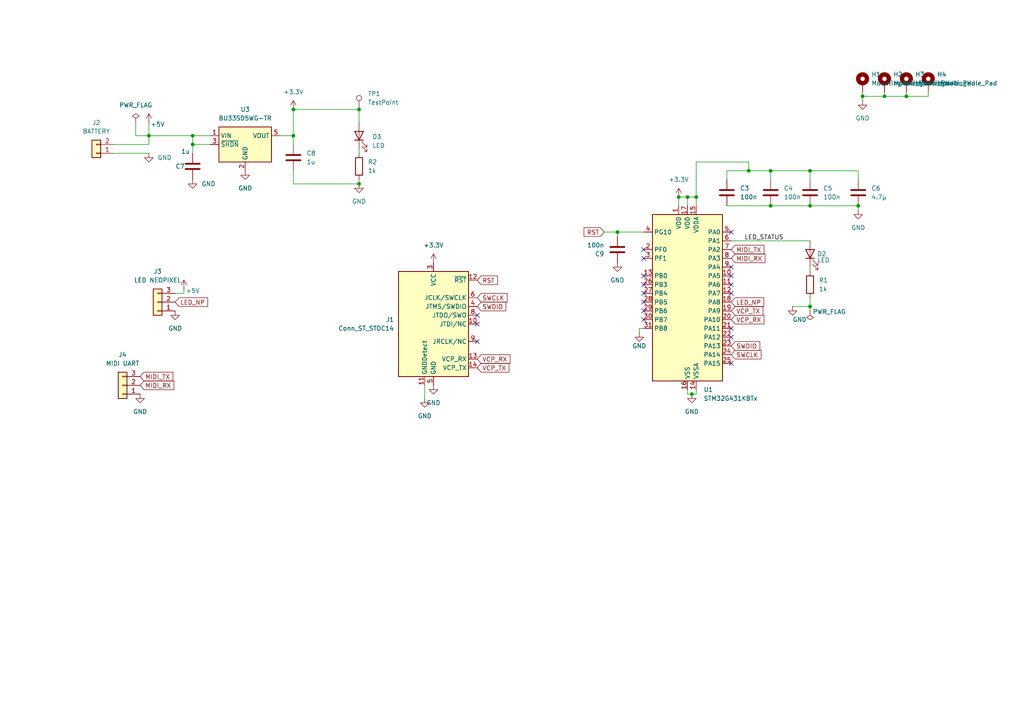
<source format=kicad_sch>
(kicad_sch (version 20250114) (generator "eeschema") (generator_version "9.0")
  (paper "A4")
  (lib_symbols
    (symbol "Connector:Conn_ST_STDC14"
      (property "Reference" "J" (at -8.89 16.51 0))
      (property "Value" "Conn_ST_STDC14" (at 17.78 16.51 0))
      (symbol "Conn_ST_STDC14_0_1"
        (rectangle (start -10.16 15.24) (end 10.16 -15.24) (stroke (width 0.254)) (fill (type background)))
      )
      (symbol "Conn_ST_STDC14_1_1"
        (pin no_connect line (at -10.16 5.08 0) (length 2.54) (hide yes) (name "NC") (number "1"))
        (pin no_connect line (at -10.16 2.54 0) (length 2.54) (hide yes) (name "NC") (number "2"))
        (pin passive line (at -2.54 -17.78 90) (length 2.54) (name "GNDDetect") (number "11"))
        (pin power_in line (at 0 17.78 270) (length 2.54) (name "VCC") (number "3"))
        (pin power_in line (at 0 -17.78 90) (length 2.54) (name "GND") (number "5"))
        (pin passive line (at 0 -17.78 90) (length 2.54) (hide yes) (name "GND") (number "7"))
        (pin open_collector line (at 12.7 12.7 180) (length 2.54) (name "~{RST}") (number "12"))
        (pin output line (at 12.7 7.62 180) (length 2.54) (name "JCLK/SWCLK") (number "6"))
        (pin bidirectional line (at 12.7 5.08 180) (length 2.54) (name "JTMS/SWDIO") (number "4"))
        (pin input line (at 12.7 2.54 180) (length 2.54) (name "JTDO/SWO") (number "8"))
        (pin output line (at 12.7 0 180) (length 2.54) (name "JTDI/NC") (number "10"))
        (pin input line (at 12.7 -5.08 180) (length 2.54) (name "JRCLK/NC") (number "9"))
        (pin output line (at 12.7 -10.16 180) (length 2.54) (name "VCP_RX") (number "13"))
        (pin input line (at 12.7 -12.7 180) (length 2.54) (name "VCP_TX") (number "14"))
      )
    )
    (symbol "Connector:TestPoint" (pin_numbers (hide yes)) (pin_names (offset 0.762) (hide yes))
      (property "Reference" "TP" (at 0 6.858 0))
      (property "Value" "TestPoint" (at 0 5.08 0))
      (symbol "TestPoint_0_1"
        (circle (center 0 3.302) (radius 0.762))
      )
      (symbol "TestPoint_1_1"
        (pin passive line (at 0 0 90) (length 2.54) (name "1") (number "1"))
      )
    )
    (symbol "Connector_Generic:Conn_01x02" (pin_names (offset 1.016) (hide yes))
      (property "Reference" "J" (at 0 2.54 0))
      (property "Value" "Conn_01x02" (at 0 -5.08 0))
      (symbol "Conn_01x02_1_1"
        (rectangle (start -1.27 1.27) (end 1.27 -3.81) (stroke (width 0.254)) (fill (type background)))
        (rectangle (start -1.27 0.127) (end 0 -0.127) (stroke (width 0.1524)))
        (rectangle (start -1.27 -2.413) (end 0 -2.667) (stroke (width 0.1524)))
        (pin passive line (at -5.08 0 0) (length 3.81) (name "Pin_1") (number "1"))
        (pin passive line (at -5.08 -2.54 0) (length 3.81) (name "Pin_2") (number "2"))
      )
    )
    (symbol "Connector_Generic:Conn_01x03" (pin_names (offset 1.016) (hide yes))
      (property "Reference" "J" (at 0 5.08 0))
      (property "Value" "Conn_01x03" (at 0 -5.08 0))
      (symbol "Conn_01x03_1_1"
        (rectangle (start -1.27 3.81) (end 1.27 -3.81) (stroke (width 0.254)) (fill (type background)))
        (rectangle (start -1.27 2.667) (end 0 2.413) (stroke (width 0.1524)))
        (rectangle (start -1.27 0.127) (end 0 -0.127) (stroke (width 0.1524)))
        (rectangle (start -1.27 -2.413) (end 0 -2.667) (stroke (width 0.1524)))
        (pin passive line (at -5.08 2.54 0) (length 3.81) (name "Pin_1") (number "1"))
        (pin passive line (at -5.08 0 0) (length 3.81) (name "Pin_2") (number "2"))
        (pin passive line (at -5.08 -2.54 0) (length 3.81) (name "Pin_3") (number "3"))
      )
    )
    (symbol "Device:LED" (pin_numbers (hide yes)) (pin_names (offset 1.016) (hide yes))
      (property "Reference" "D" (at 0 2.54 0))
      (property "Value" "LED" (at 0 -2.54 0))
      (symbol "LED_0_1"
        (polyline (pts (xy -3.048 -0.762) (xy -4.572 -2.286) (xy -3.81 -2.286) (xy -4.572 -2.286) (xy -4.572 -1.524)))
        (polyline (pts (xy -1.778 -0.762) (xy -3.302 -2.286) (xy -2.54 -2.286) (xy -3.302 -2.286) (xy -3.302 -1.524)))
        (polyline (pts (xy -1.27 0) (xy 1.27 0)))
        (polyline (pts (xy -1.27 -1.27) (xy -1.27 1.27)) (stroke (width 0.254)))
        (polyline (pts (xy 1.27 -1.27) (xy 1.27 1.27) (xy -1.27 0) (xy 1.27 -1.27)) (stroke (width 0.254)))
      )
      (symbol "LED_1_1"
        (pin passive line (at -3.81 0 0) (length 2.54) (name "K") (number "1"))
        (pin passive line (at 3.81 0 180) (length 2.54) (name "A") (number "2"))
      )
    )
    (symbol "MCU_ST_STM32G4:STM32G431KBTx"
      (property "Reference" "U" (at -10.16 26.67 0))
      (property "Value" "STM32G431KBTx" (at 5.08 26.67 0))
      (symbol "STM32G431KBTx_0_1"
        (rectangle (start -10.16 -22.86) (end 10.16 25.4) (stroke (width 0.254)) (fill (type background)))
      )
      (symbol "STM32G431KBTx_1_1"
        (pin bidirectional line (at -12.7 20.32 0) (length 2.54) (name "PG10") (number "4"))
        (pin bidirectional line (at -12.7 15.24 0) (length 2.54) (name "PF0") (number "2"))
        (pin bidirectional line (at -12.7 12.7 0) (length 2.54) (name "PF1") (number "3"))
        (pin bidirectional line (at -12.7 7.62 0) (length 2.54) (name "PB0") (number "13"))
        (pin bidirectional line (at -12.7 5.08 0) (length 2.54) (name "PB3") (number "26"))
        (pin bidirectional line (at -12.7 2.54 0) (length 2.54) (name "PB4") (number "27"))
        (pin bidirectional line (at -12.7 0 0) (length 2.54) (name "PB5") (number "28"))
        (pin bidirectional line (at -12.7 -2.54 0) (length 2.54) (name "PB6") (number "29"))
        (pin bidirectional line (at -12.7 -5.08 0) (length 2.54) (name "PB7") (number "30"))
        (pin bidirectional line (at -12.7 -7.62 0) (length 2.54) (name "PB8") (number "31"))
        (pin power_in line (at -2.54 27.94 270) (length 2.54) (name "VDD") (number "1"))
        (pin power_in line (at 0 27.94 270) (length 2.54) (name "VDD") (number "17"))
        (pin power_in line (at 0 -25.4 90) (length 2.54) (name "VSS") (number "16"))
        (pin passive line (at 0 -25.4 90) (length 2.54) (hide yes) (name "VSS") (number "32"))
        (pin power_in line (at 2.54 27.94 270) (length 2.54) (name "VDDA") (number "15"))
        (pin power_in line (at 2.54 -25.4 90) (length 2.54) (name "VSSA") (number "14"))
        (pin bidirectional line (at 12.7 20.32 180) (length 2.54) (name "PA0") (number "5"))
        (pin bidirectional line (at 12.7 17.78 180) (length 2.54) (name "PA1") (number "6"))
        (pin bidirectional line (at 12.7 15.24 180) (length 2.54) (name "PA2") (number "7"))
        (pin bidirectional line (at 12.7 12.7 180) (length 2.54) (name "PA3") (number "8"))
        (pin bidirectional line (at 12.7 10.16 180) (length 2.54) (name "PA4") (number "9"))
        (pin bidirectional line (at 12.7 7.62 180) (length 2.54) (name "PA5") (number "10"))
        (pin bidirectional line (at 12.7 5.08 180) (length 2.54) (name "PA6") (number "11"))
        (pin bidirectional line (at 12.7 2.54 180) (length 2.54) (name "PA7") (number "12"))
        (pin bidirectional line (at 12.7 0 180) (length 2.54) (name "PA8") (number "18"))
        (pin bidirectional line (at 12.7 -2.54 180) (length 2.54) (name "PA9") (number "19"))
        (pin bidirectional line (at 12.7 -5.08 180) (length 2.54) (name "PA10") (number "20"))
        (pin bidirectional line (at 12.7 -7.62 180) (length 2.54) (name "PA11") (number "21"))
        (pin bidirectional line (at 12.7 -10.16 180) (length 2.54) (name "PA12") (number "22"))
        (pin bidirectional line (at 12.7 -12.7 180) (length 2.54) (name "PA13") (number "23"))
        (pin bidirectional line (at 12.7 -15.24 180) (length 2.54) (name "PA14") (number "24"))
        (pin bidirectional line (at 12.7 -17.78 180) (length 2.54) (name "PA15") (number "25"))
      )
    )
    (symbol "Mechanical:MountingHole_Pad" (pin_numbers (hide yes)) (pin_names (offset 1.016) (hide yes)) (exclude_from_sim yes) (in_bom no)
      (property "Reference" "H" (at 0 6.35 0))
      (property "Value" "MountingHole_Pad" (at 0 4.445 0))
      (symbol "MountingHole_Pad_0_1"
        (circle (center 0 1.27) (radius 1.27) (stroke (width 1.27)))
      )
      (symbol "MountingHole_Pad_1_1"
        (pin input line (at 0 -2.54 90) (length 2.54) (name "1") (number "1"))
      )
    )
    (symbol "Regulator_Linear:MCP1802x-xx02xOT"
      (property "Reference" "U" (at -6.35 6.35 0))
      (property "Value" "MCP1802x-xx02xOT" (at 0 6.35 0))
      (symbol "MCP1802x-xx02xOT_0_1"
        (rectangle (start -7.62 5.08) (end 7.62 -5.08) (stroke (width 0.254)) (fill (type background)))
      )
      (symbol "MCP1802x-xx02xOT_1_1"
        (pin power_in line (at -10.16 2.54 0) (length 2.54) (name "VIN") (number "1"))
        (pin input line (at -10.16 0 0) (length 2.54) (name "~{SHDN}") (number "3"))
        (pin power_in line (at 0 -7.62 90) (length 2.54) (name "GND") (number "2"))
        (pin no_connect line (at 7.62 0 180) (length 2.54) (hide yes) (name "NC") (number "4"))
        (pin power_out line (at 10.16 2.54 180) (length 2.54) (name "VOUT") (number "5"))
      )
    )
    (symbol "SymbGamelGe2_v8.0:C" (pin_numbers (hide yes)) (pin_names (offset 0.254))
      (property "Reference" "C" (at 0.635 2.54 0))
      (property "Value" "C" (at 0.635 -2.54 0))
      (symbol "C_0_1"
        (polyline (pts (xy -2.032 0.762) (xy 2.032 0.762)) (stroke (width 0.508)))
        (polyline (pts (xy -2.032 -0.762) (xy 2.032 -0.762)) (stroke (width 0.508)))
      )
      (symbol "C_1_1"
        (pin passive line (at 0 3.81 270) (length 2.794) (name "~") (number "1"))
        (pin passive line (at 0 -3.81 90) (length 2.794) (name "~") (number "2"))
      )
    )
    (symbol "SymbGamelGe2_v8.0:R" (pin_numbers (hide yes)) (pin_names (offset 0))
      (property "Reference" "R" (at 2.032 0 90))
      (property "Value" "R" (at 0 0 90))
      (symbol "R_0_1"
        (rectangle (start -1.016 -2.54) (end 1.016 2.54) (stroke (width 0.254)))
      )
      (symbol "R_1_1"
        (pin passive line (at 0 3.81 270) (length 1.27) (name "~") (number "1"))
        (pin passive line (at 0 -3.81 90) (length 1.27) (name "~") (number "2"))
      )
    )
    (symbol "power:+3.3V" (power) (pin_numbers (hide yes)) (pin_names (offset 0) (hide yes))
      (property "Value" "+3.3V" (at 0 3.556 0))
      (symbol "+3.3V_0_1"
        (polyline (pts (xy -0.762 1.27) (xy 0 2.54)))
        (polyline (pts (xy 0 2.54) (xy 0.762 1.27)))
        (polyline (pts (xy 0 0) (xy 0 2.54)))
      )
      (symbol "+3.3V_1_1"
        (pin power_in line (at 0 0 90) (length 0) (name "~") (number "1"))
      )
    )
    (symbol "power:+5V" (power) (pin_numbers (hide yes)) (pin_names (offset 0) (hide yes))
      (property "Value" "+5V" (at 0 3.556 0))
      (symbol "+5V_0_1"
        (polyline (pts (xy -0.762 1.27) (xy 0 2.54)))
        (polyline (pts (xy 0 2.54) (xy 0.762 1.27)))
        (polyline (pts (xy 0 0) (xy 0 2.54)))
      )
      (symbol "+5V_1_1"
        (pin power_in line (at 0 0 90) (length 0) (name "~") (number "1"))
      )
    )
    (symbol "power:GND" (power) (pin_numbers (hide yes)) (pin_names (offset 0) (hide yes))
      (property "Value" "GND" (at 0 -3.81 0))
      (symbol "GND_0_1"
        (polyline (pts (xy 0 0) (xy 0 -1.27) (xy 1.27 -1.27) (xy 0 -2.54) (xy -1.27 -1.27) (xy 0 -1.27)))
      )
      (symbol "GND_1_1"
        (pin power_in line (at 0 0 270) (length 0) (name "~") (number "1"))
      )
    )
    (symbol "power:PWR_FLAG" (power) (pin_numbers (hide yes)) (pin_names (offset 0) (hide yes))
      (property "Value" "PWR_FLAG" (at 0 3.81 0))
      (symbol "PWR_FLAG_0_0"
        (pin power_out line (at 0 0 90) (length 0) (name "~") (number "1"))
      )
      (symbol "PWR_FLAG_0_1"
        (polyline (pts (xy 0 0) (xy 0 1.27) (xy -1.016 1.905) (xy 0 2.54) (xy 1.016 1.905) (xy 0 1.27)))
      )
    )
  )
  (junction (at 199.39 57.15))
  (junction (at 85.09 39.37))
  (junction (at 104.14 31.75))
  (junction (at 234.95 88.9))
  (junction (at 223.52 59.69))
  (junction (at 196.85 57.15))
  (junction (at 223.52 49.53))
  (junction (at 201.93 57.15))
  (junction (at 217.17 49.53))
  (junction (at 179.07 67.31))
  (junction (at 55.88 39.37))
  (junction (at 262.89 27.94))
  (junction (at 43.18 39.37))
  (junction (at 200.66 114.3))
  (junction (at 256.54 27.94))
  (junction (at 234.95 59.69))
  (junction (at 85.09 31.75))
  (junction (at 234.95 49.53))
  (junction (at 250.19 27.94))
  (junction (at 55.88 41.91))
  (junction (at 248.92 59.69))
  (junction (at 104.14 53.34))
  (no_connect (at 186.69 82.55))
  (no_connect (at 212.09 77.47))
  (no_connect (at 212.09 85.09))
  (no_connect (at 212.09 82.55))
  (no_connect (at 186.69 90.17))
  (no_connect (at 186.69 87.63))
  (no_connect (at 138.43 99.06))
  (no_connect (at 186.69 74.93))
  (no_connect (at 138.43 91.44))
  (no_connect (at 138.43 93.98))
  (no_connect (at 212.09 67.31))
  (no_connect (at 186.69 85.09))
  (no_connect (at 186.69 92.71))
  (no_connect (at 212.09 95.25))
  (no_connect (at 212.09 97.79))
  (no_connect (at 212.09 80.01))
  (no_connect (at 212.09 105.41))
  (no_connect (at 186.69 72.39))
  (no_connect (at 186.69 80.01))
  (wire (pts (xy 85.09 53.34) (xy 85.09 49.53)))
  (wire (pts (xy 262.89 27.94) (xy 269.24 27.94)))
  (wire (pts (xy 250.19 27.94) (xy 250.19 29.21)))
  (wire (pts (xy 210.82 49.53) (xy 210.82 52.07)))
  (wire (pts (xy 201.93 57.15) (xy 201.93 59.69)))
  (wire (pts (xy 33.02 41.91) (xy 43.18 41.91)))
  (wire (pts (xy 223.52 49.53) (xy 234.95 49.53)))
  (wire (pts (xy 104.14 53.34) (xy 85.09 53.34)))
  (wire (pts (xy 60.96 41.91) (xy 55.88 41.91)))
  (wire (pts (xy 229.87 88.9) (xy 234.95 88.9)))
  (wire (pts (xy 201.93 46.99) (xy 201.93 57.15)))
  (wire (pts (xy 179.07 67.31) (xy 186.69 67.31)))
  (wire (pts (xy 50.8 85.09) (xy 53.34 85.09)))
  (wire (pts (xy 234.95 86.36) (xy 234.95 88.9)))
  (wire (pts (xy 256.54 26.67) (xy 256.54 27.94)))
  (wire (pts (xy 104.14 31.75) (xy 85.09 31.75)))
  (wire (pts (xy 217.17 46.99) (xy 217.17 49.53)))
  (wire (pts (xy 85.09 41.91) (xy 85.09 39.37)))
  (wire (pts (xy 53.34 85.09) (xy 53.34 83.82)))
  (wire (pts (xy 210.82 59.69) (xy 223.52 59.69)))
  (wire (pts (xy 85.09 31.75) (xy 85.09 39.37)))
  (wire (pts (xy 223.52 59.69) (xy 234.95 59.69)))
  (wire (pts (xy 175.26 67.31) (xy 179.07 67.31)))
  (wire (pts (xy 217.17 49.53) (xy 223.52 49.53)))
  (wire (pts (xy 179.07 68.58) (xy 179.07 67.31)))
  (wire (pts (xy 248.92 59.69) (xy 248.92 60.96)))
  (wire (pts (xy 210.82 49.53) (xy 217.17 49.53)))
  (wire (pts (xy 196.85 57.15) (xy 199.39 57.15)))
  (wire (pts (xy 43.18 39.37) (xy 43.18 35.56)))
  (wire (pts (xy 256.54 27.94) (xy 262.89 27.94)))
  (wire (pts (xy 234.95 52.07) (xy 234.95 49.53)))
  (wire (pts (xy 196.85 57.15) (xy 196.85 59.69)))
  (wire (pts (xy 199.39 113.03) (xy 199.39 114.3)))
  (wire (pts (xy 199.39 114.3) (xy 200.66 114.3)))
  (wire (pts (xy 250.19 26.67) (xy 250.19 27.94)))
  (wire (pts (xy 199.39 57.15) (xy 201.93 57.15)))
  (wire (pts (xy 201.93 113.03) (xy 201.93 114.3)))
  (wire (pts (xy 104.14 35.56) (xy 104.14 31.75)))
  (wire (pts (xy 55.88 41.91) (xy 55.88 39.37)))
  (wire (pts (xy 234.95 90.17) (xy 234.95 88.9)))
  (wire (pts (xy 104.14 52.07) (xy 104.14 53.34)))
  (wire (pts (xy 39.37 35.56) (xy 39.37 39.37)))
  (wire (pts (xy 39.37 39.37) (xy 43.18 39.37)))
  (wire (pts (xy 55.88 41.91) (xy 55.88 44.45)))
  (wire (pts (xy 123.19 115.57) (xy 123.19 111.76)))
  (wire (pts (xy 223.52 49.53) (xy 223.52 52.07)))
  (wire (pts (xy 248.92 49.53) (xy 234.95 49.53)))
  (wire (pts (xy 234.95 77.47) (xy 234.95 78.74)))
  (wire (pts (xy 33.02 44.45) (xy 43.18 44.45)))
  (wire (pts (xy 43.18 41.91) (xy 43.18 39.37)))
  (wire (pts (xy 81.28 39.37) (xy 85.09 39.37)))
  (wire (pts (xy 185.42 96.52) (xy 185.42 95.25)))
  (wire (pts (xy 262.89 26.67) (xy 262.89 27.94)))
  (wire (pts (xy 185.42 95.25) (xy 186.69 95.25)))
  (wire (pts (xy 104.14 43.18) (xy 104.14 44.45)))
  (wire (pts (xy 201.93 114.3) (xy 200.66 114.3)))
  (wire (pts (xy 269.24 27.94) (xy 269.24 26.67)))
  (wire (pts (xy 43.18 39.37) (xy 55.88 39.37)))
  (wire (pts (xy 55.88 39.37) (xy 60.96 39.37)))
  (wire (pts (xy 250.19 27.94) (xy 256.54 27.94)))
  (wire (pts (xy 234.95 59.69) (xy 248.92 59.69)))
  (wire (pts (xy 212.09 69.85) (xy 234.95 69.85)))
  (wire (pts (xy 217.17 46.99) (xy 201.93 46.99)))
  (wire (pts (xy 199.39 57.15) (xy 199.39 59.69)))
  (wire (pts (xy 248.92 52.07) (xy 248.92 49.53)))
  (label "LED_STATUS" (at 215.9 69.85 0))
  (global_label "VCP_RX" (shape input) (at 212.09 92.71 0) (property "Intersheetrefs" "${INTERSHEET_REFS}" (effects (hide yes))))
  (global_label "VCP_TX" (shape input) (at 212.09 90.17 0) (property "Intersheetrefs" "${INTERSHEET_REFS}" (effects (hide yes))))
  (global_label "LED_NP" (shape input) (at 50.8 87.63 0) (property "Intersheetrefs" "${INTERSHEET_REFS}" (effects (hide yes))))
  (global_label "SWDIO" (shape input) (at 138.43 88.9 0) (property "Intersheetrefs" "${INTERSHEET_REFS}" (effects (hide yes))))
  (global_label "VCP_RX" (shape input) (at 138.43 104.14 0) (property "Intersheetrefs" "${INTERSHEET_REFS}" (effects (hide yes))))
  (global_label "MIDI_TX" (shape input) (at 212.09 72.39 0) (property "Intersheetrefs" "${INTERSHEET_REFS}" (effects (hide yes))))
  (global_label "LED_NP" (shape input) (at 212.09 87.63 0) (property "Intersheetrefs" "${INTERSHEET_REFS}" (effects (hide yes))))
  (global_label "SWCLK" (shape input) (at 212.09 102.87 0) (property "Intersheetrefs" "${INTERSHEET_REFS}" (effects (hide yes))))
  (global_label "SWCLK" (shape input) (at 138.43 86.36 0) (property "Intersheetrefs" "${INTERSHEET_REFS}" (effects (hide yes))))
  (global_label "MIDI_RX" (shape input) (at 212.09 74.93 0) (property "Intersheetrefs" "${INTERSHEET_REFS}" (effects (hide yes))))
  (global_label "RST" (shape input) (at 138.43 81.28 0) (property "Intersheetrefs" "${INTERSHEET_REFS}" (effects (hide yes))))
  (global_label "MIDI_RX" (shape input) (at 40.64 111.76 0) (property "Intersheetrefs" "${INTERSHEET_REFS}" (effects (hide yes))))
  (global_label "VCP_TX" (shape input) (at 138.43 106.68 0) (property "Intersheetrefs" "${INTERSHEET_REFS}" (effects (hide yes))))
  (global_label "SWDIO" (shape input) (at 212.09 100.33 0) (property "Intersheetrefs" "${INTERSHEET_REFS}" (effects (hide yes))))
  (global_label "MIDI_TX" (shape input) (at 40.64 109.22 0) (property "Intersheetrefs" "${INTERSHEET_REFS}" (effects (hide yes))))
  (global_label "RST" (shape input) (at 175.26 67.31 180) (property "Intersheetrefs" "${INTERSHEET_REFS}" (effects (hide yes))))
  (symbol (lib_id "SymbGamelGe2_v8.0:C") (at 248.92 55.88 0) (unit 1)
    (property "Reference" "C6" (at 252.73 54.6099 0) (effects (justify left)))
    (property "Value" "4.7µ" (at 252.73 57.1499 0) (effects (justify left)))
    (property "Footprint" "Capacitor_SMD:C_0603_1608Metric" (effects (hide yes)))
    (property "Description" "Unpolarized capacitor" (effects (hide yes)))
  )
  (symbol (lib_id "power:PWR_FLAG") (at 39.37 35.56 0) (unit 1)
    (property "Reference" "#FLG01" (effects (hide yes)))
    (property "Value" "PWR_FLAG" (at 39.37 30.48 0))
    (property "Description" "Special symbol for telling ERC where power comes from" (effects (hide yes)))
  )
  (symbol (lib_id "Connector:TestPoint") (at 104.14 31.75 0) (unit 1)
    (property "Reference" "TP1" (at 106.68 27.1779 0) (effects (justify left)))
    (property "Value" "TestPoint" (at 106.68 29.7179 0) (effects (justify left)))
    (property "Footprint" "TestPoint:TestPoint_Pad_D2.0mm" (effects (hide yes)))
    (property "Description" "test point" (effects (hide yes)))
  )
  (symbol (lib_id "SymbGamelGe2_v8.0:R") (at 234.95 82.55 0) (unit 1)
    (property "Reference" "R1" (at 237.49 81.2799 0) (effects (justify left)))
    (property "Value" "1k" (at 237.49 83.8199 0) (effects (justify left)))
    (property "Footprint" "Resistor_SMD:R_0402_1005Metric" (effects (hide yes)))
    (property "Description" "Resistor 1/4W" (effects (hide yes)))
  )
  (symbol (lib_id "power:+3.3V") (at 85.09 31.75 0) (unit 1)
    (property "Reference" "#PWR06" (effects (hide yes)))
    (property "Value" "+3.3V" (at 85.09 26.67 0))
    (property "Description" "Power symbol creates a global label with name \"+3.3V\"" (effects (hide yes)))
  )
  (symbol (lib_id "power:GND") (at 71.12 49.53 0) (unit 1)
    (property "Reference" "#PWR03" (effects (hide yes)))
    (property "Value" "GND" (at 71.12 54.61 0))
    (property "Description" "Power symbol creates a global label with name \"GND\" , ground" (effects (hide yes)))
  )
  (symbol (lib_id "Mechanical:MountingHole_Pad") (at 256.54 24.13 0) (unit 1) (exclude_from_sim yes) (in_bom no)
    (property "Reference" "H2" (at 259.08 21.5899 0) (effects (justify left)))
    (property "Value" "MountingHole_Pad" (at 259.08 24.1299 0) (effects (justify left)))
    (property "Footprint" "MountingHole:MountingHole_3.2mm_M3_Pad_Via" (effects (hide yes)))
    (property "Description" "Mounting Hole with connection" (effects (hide yes)))
  )
  (symbol (lib_id "power:GND") (at 104.14 53.34 0) (unit 1)
    (property "Reference" "#PWR012" (effects (hide yes)))
    (property "Value" "GND" (at 104.14 58.42 0))
    (property "Description" "Power symbol creates a global label with name \"GND\" , ground" (effects (hide yes)))
  )
  (symbol (lib_id "Device:LED") (at 234.95 73.66 90) (unit 1)
    (property "Reference" "D2" (at 236.982 73.66 90) (effects (justify right)))
    (property "Value" "LED" (at 236.982 75.438 90) (effects (justify right)))
    (property "Footprint" "LED_SMD:LED_0603_1608Metric" (effects (hide yes)))
    (property "Description" "Light emitting diode" (effects (hide yes)))
    (property "Sim.Pins" "1=K 2=A" (effects (hide yes)))
  )
  (symbol (lib_id "SymbGamelGe2_v8.0:C") (at 85.09 45.72 0) (unit 1)
    (property "Reference" "C8" (at 88.9 44.4499 0) (effects (justify left)))
    (property "Value" "1u" (at 88.9 46.9899 0) (effects (justify left)))
    (property "Footprint" "Capacitor_SMD:C_0603_1608Metric" (effects (hide yes)))
    (property "Description" "Unpolarized capacitor" (effects (hide yes)))
  )
  (symbol (lib_id "power:GND") (at 43.18 44.45 0) (unit 1)
    (property "Reference" "#PWR04" (effects (hide yes)))
    (property "Value" "GND" (at 45.72 45.7199 0) (effects (justify left)))
    (property "Description" "Power symbol creates a global label with name \"GND\" , ground" (effects (hide yes)))
  )
  (symbol (lib_id "power:+3.3V") (at 196.85 57.15 0) (unit 1)
    (property "Reference" "#PWR07" (effects (hide yes)))
    (property "Value" "+3.3V" (at 196.85 52.07 0))
    (property "Description" "Power symbol creates a global label with name \"+3.3V\"" (effects (hide yes)))
  )
  (symbol (lib_id "power:GND") (at 185.42 96.52 0) (unit 1)
    (property "Reference" "#PWR017" (effects (hide yes)))
    (property "Value" "GND" (at 185.42 100.33 0))
    (property "Description" "Power symbol creates a global label with name \"GND\" , ground" (effects (hide yes)))
  )
  (symbol (lib_id "SymbGamelGe2_v8.0:C") (at 55.88 48.26 180) (unit 1)
    (property "Reference" "C7" (at 53.594 48.26 0) (effects (justify left)))
    (property "Value" "1u" (at 55.118 43.942 0) (effects (justify left)))
    (property "Footprint" "Capacitor_SMD:C_0603_1608Metric" (effects (hide yes)))
    (property "Description" "Unpolarized capacitor" (effects (hide yes)))
  )
  (symbol (lib_id "power:PWR_FLAG") (at 234.95 90.17 180) (unit 1)
    (property "Reference" "#FLG02" (effects (hide yes)))
    (property "Value" "PWR_FLAG" (at 235.712 90.424 0) (effects (justify right)))
    (property "Description" "Special symbol for telling ERC where power comes from" (effects (hide yes)))
  )
  (symbol (lib_id "SymbGamelGe2_v8.0:C") (at 234.95 55.88 0) (unit 1)
    (property "Reference" "C5" (at 238.76 54.6099 0) (effects (justify left)))
    (property "Value" "100n" (at 238.76 57.1499 0) (effects (justify left)))
    (property "Footprint" "Capacitor_SMD:C_0402_1005Metric" (effects (hide yes)))
    (property "Description" "Unpolarized capacitor" (effects (hide yes)))
  )
  (symbol (lib_id "Connector_Generic:Conn_01x03") (at 35.56 111.76 180) (unit 1)
    (property "Reference" "J4" (at 35.56 102.87 0))
    (property "Value" "MIDI UART" (at 35.56 105.41 0))
    (property "Footprint" "Connector_JST:JST_XH_B3B-XH-A_1x03_P2.50mm_Vertical" (effects (hide yes)))
    (property "Description" "Generic connector, single row, 01x03, script generated (kicad-library-utils/schlib/autogen/connector/)" (effects (hide yes)))
  )
  (symbol (lib_id "power:GND") (at 125.73 111.76 0) (unit 1)
    (property "Reference" "#PWR09" (effects (hide yes)))
    (property "Value" "GND" (at 125.73 116.84 0))
    (property "Description" "Power symbol creates a global label with name \"GND\" , ground" (effects (hide yes)))
  )
  (symbol (lib_id "Mechanical:MountingHole_Pad") (at 262.89 24.13 0) (unit 1) (exclude_from_sim yes) (in_bom no)
    (property "Reference" "H3" (at 265.43 21.5899 0) (effects (justify left)))
    (property "Value" "MountingHole_Pad" (at 265.43 24.1299 0) (effects (justify left)))
    (property "Footprint" "MountingHole:MountingHole_3.2mm_M3_Pad_Via" (effects (hide yes)))
    (property "Description" "Mounting Hole with connection" (effects (hide yes)))
  )
  (symbol (lib_id "SymbGamelGe2_v8.0:R") (at 104.14 48.26 0) (unit 1)
    (property "Reference" "R2" (at 106.68 46.9899 0) (effects (justify left)))
    (property "Value" "1k" (at 106.68 49.5299 0) (effects (justify left)))
    (property "Footprint" "Resistor_SMD:R_0402_1005Metric" (effects (hide yes)))
    (property "Description" "Resistor 1/4W" (effects (hide yes)))
  )
  (symbol (lib_id "Mechanical:MountingHole_Pad") (at 269.24 24.13 0) (unit 1) (exclude_from_sim yes) (in_bom no)
    (property "Reference" "H4" (at 271.78 21.5899 0) (effects (justify left)))
    (property "Value" "MountingHole_Pad" (at 271.78 24.1299 0) (effects (justify left)))
    (property "Footprint" "MountingHole:MountingHole_3.2mm_M3_Pad_Via" (effects (hide yes)))
    (property "Description" "Mounting Hole with connection" (effects (hide yes)))
  )
  (symbol (lib_id "power:GND") (at 55.88 52.07 0) (unit 1)
    (property "Reference" "#PWR011" (effects (hide yes)))
    (property "Value" "GND" (at 58.42 53.3399 0) (effects (justify left)))
    (property "Description" "Power symbol creates a global label with name \"GND\" , ground" (effects (hide yes)))
  )
  (symbol (lib_id "Connector:Conn_ST_STDC14") (at 125.73 93.98 0) (unit 1)
    (property "Reference" "J1" (at 114.3 92.7099 0) (effects (justify right)))
    (property "Value" "Conn_ST_STDC14" (at 114.3 95.2499 0) (effects (justify right)))
    (property "Footprint" "Connector_PinHeader_1.27mm:PinHeader_2x07_P1.27mm_Vertical_SMD" (effects (hide yes)))
    (property "Datasheet" "https://www.st.com/content/ccc/resource/technical/document/user_manual/group1/99/49/91/b6/b2/3a/46/e5/DM00526767/files/DM00526767.pdf/jcr:content/translations/en.DM00526767.pdf" (effects (hide yes)))
    (property "Description" "ST Debug Connector, standard ARM Cortex-M SWD and JTAG interface plus UART" (effects (hide yes)))
  )
  (symbol (lib_id "power:+3.3V") (at 125.73 76.2 0) (unit 1)
    (property "Reference" "#PWR010" (effects (hide yes)))
    (property "Value" "+3.3V" (at 125.73 71.12 0))
    (property "Description" "Power symbol creates a global label with name \"+3.3V\"" (effects (hide yes)))
  )
  (symbol (lib_id "power:GND") (at 123.19 115.57 0) (unit 1)
    (property "Reference" "#PWR08" (effects (hide yes)))
    (property "Value" "GND" (at 123.19 120.65 0))
    (property "Description" "Power symbol creates a global label with name \"GND\" , ground" (effects (hide yes)))
  )
  (symbol (lib_id "SymbGamelGe2_v8.0:C") (at 210.82 55.88 0) (unit 1)
    (property "Reference" "C3" (at 214.63 54.6099 0) (effects (justify left)))
    (property "Value" "100n" (at 214.63 57.1499 0) (effects (justify left)))
    (property "Footprint" "Capacitor_SMD:C_0402_1005Metric" (effects (hide yes)))
    (property "Description" "Unpolarized capacitor" (effects (hide yes)))
  )
  (symbol (lib_id "power:GND") (at 250.19 29.21 0) (unit 1)
    (property "Reference" "#PWR018" (effects (hide yes)))
    (property "Value" "GND" (at 250.19 34.29 0))
    (property "Description" "Power symbol creates a global label with name \"GND\" , ground" (effects (hide yes)))
  )
  (symbol (lib_id "Connector_Generic:Conn_01x02") (at 27.94 44.45 180) (unit 1)
    (property "Reference" "J2" (at 27.94 35.56 0))
    (property "Value" "BATTERY" (at 27.94 38.1 0))
    (property "Footprint" "Connector_JST:JST_XH_B2B-XH-A_1x02_P2.50mm_Vertical" (effects (hide yes)))
    (property "Description" "Generic connector, single row, 01x02, script generated (kicad-library-utils/schlib/autogen/connector/)" (effects (hide yes)))
  )
  (symbol (lib_id "power:GND") (at 40.64 114.3 0) (unit 1)
    (property "Reference" "#PWR019" (effects (hide yes)))
    (property "Value" "GND" (at 40.64 119.38 0))
    (property "Description" "Power symbol creates a global label with name \"GND\" , ground" (effects (hide yes)))
  )
  (symbol (lib_id "Regulator_Linear:MCP1802x-xx02xOT") (at 71.12 41.91 0) (unit 1)
    (property "Reference" "U3" (at 71.12 31.75 0))
    (property "Value" "BU33SD5WG-TR" (at 71.12 34.29 0))
    (property "Footprint" "Package_TO_SOT_SMD:SOT-23-5" (effects (hide yes)))
    (property "Datasheet" "http://ww1.microchip.com/downloads/en/DeviceDoc/22053C.pdf" (effects (hide yes)))
    (property "Description" "150mA, Tiny CMOS LDO With Shutdown, Fixed Voltage, SOT-23-5" (effects (hide yes)))
  )
  (symbol (lib_id "power:GND") (at 50.8 90.17 0) (unit 1)
    (property "Reference" "#PWR016" (effects (hide yes)))
    (property "Value" "GND" (at 50.8 95.25 0))
    (property "Description" "Power symbol creates a global label with name \"GND\" , ground" (effects (hide yes)))
  )
  (symbol (lib_id "power:+5V") (at 43.18 35.56 0) (unit 1)
    (property "Reference" "#PWR05" (effects (hide yes)))
    (property "Value" "+5V" (at 43.688 36.068 0) (effects (justify left)))
    (property "Description" "Power symbol creates a global label with name \"+5V\"" (effects (hide yes)))
  )
  (symbol (lib_id "power:GND") (at 179.07 76.2 0) (unit 1)
    (property "Reference" "#PWR013" (effects (hide yes)))
    (property "Value" "GND" (at 179.07 81.28 0))
    (property "Description" "Power symbol creates a global label with name \"GND\" , ground" (effects (hide yes)))
  )
  (symbol (lib_id "power:+5V") (at 53.34 83.82 0) (unit 1)
    (property "Reference" "#PWR015" (effects (hide yes)))
    (property "Value" "+5V" (at 53.848 84.328 0) (effects (justify left)))
    (property "Description" "Power symbol creates a global label with name \"+5V\"" (effects (hide yes)))
  )
  (symbol (lib_id "Connector_Generic:Conn_01x03") (at 45.72 87.63 180) (unit 1)
    (property "Reference" "J3" (at 45.72 78.74 0))
    (property "Value" "LED NEOPIXEL" (at 45.72 81.28 0))
    (property "Footprint" "Connector_JST:JST_XH_B3B-XH-A_1x03_P2.50mm_Vertical" (effects (hide yes)))
    (property "Description" "Generic connector, single row, 01x03, script generated (kicad-library-utils/schlib/autogen/connector/)" (effects (hide yes)))
  )
  (symbol (lib_id "power:GND") (at 200.66 114.3 0) (unit 1)
    (property "Reference" "#PWR014" (effects (hide yes)))
    (property "Value" "GND" (at 200.66 119.38 0))
    (property "Description" "Power symbol creates a global label with name \"GND\" , ground" (effects (hide yes)))
  )
  (symbol (lib_id "SymbGamelGe2_v8.0:C") (at 223.52 55.88 0) (unit 1)
    (property "Reference" "C4" (at 227.33 54.6099 0) (effects (justify left)))
    (property "Value" "100n" (at 227.33 57.1499 0) (effects (justify left)))
    (property "Footprint" "Capacitor_SMD:C_0402_1005Metric" (effects (hide yes)))
    (property "Description" "Unpolarized capacitor" (effects (hide yes)))
  )
  (symbol (lib_id "Device:LED") (at 104.14 39.37 90) (unit 1)
    (property "Reference" "D3" (at 107.95 39.6874 90) (effects (justify right)))
    (property "Value" "LED" (at 107.95 42.2274 90) (effects (justify right)))
    (property "Footprint" "LED_SMD:LED_0603_1608Metric" (effects (hide yes)))
    (property "Description" "Light emitting diode" (effects (hide yes)))
    (property "Sim.Pins" "1=K 2=A" (effects (hide yes)))
  )
  (symbol (lib_id "power:GND") (at 229.87 88.9 0) (unit 1)
    (property "Reference" "#PWR01" (effects (hide yes)))
    (property "Value" "GND" (at 229.87 92.71 0) (effects (justify left)))
    (property "Description" "Power symbol creates a global label with name \"GND\" , ground" (effects (hide yes)))
  )
  (symbol (lib_id "Mechanical:MountingHole_Pad") (at 250.19 24.13 0) (unit 1) (exclude_from_sim yes) (in_bom no)
    (property "Reference" "H1" (at 252.73 21.5899 0) (effects (justify left)))
    (property "Value" "MountingHole_Pad" (at 252.73 24.1299 0) (effects (justify left)))
    (property "Footprint" "MountingHole:MountingHole_3.2mm_M3_Pad_Via" (effects (hide yes)))
    (property "Description" "Mounting Hole with connection" (effects (hide yes)))
  )
  (symbol (lib_id "power:GND") (at 248.92 60.96 0) (unit 1)
    (property "Reference" "#PWR02" (effects (hide yes)))
    (property "Value" "GND" (at 248.92 66.04 0))
    (property "Description" "Power symbol creates a global label with name \"GND\" , ground" (effects (hide yes)))
  )
  (symbol (lib_id "MCU_ST_STM32G4:STM32G431KBTx") (at 199.39 87.63 0) (unit 1)
    (property "Reference" "U1" (at 204.0733 113.03 0) (effects (justify left)))
    (property "Value" "STM32G431KBTx" (at 204.0733 115.57 0) (effects (justify left)))
    (property "Footprint" "Package_QFP:LQFP-32_7x7mm_P0.8mm" (effects (hide yes)))
    (property "Datasheet" "https://www.st.com/resource/en/datasheet/stm32g431kb.pdf" (effects (hide yes)))
    (property "Description" "STMicroelectronics Arm Cortex-M4 MCU, 128KB flash, 32KB RAM, 170 MHz, 1.71-3.6V, 26 GPIO, LQFP32" (effects (hide yes)))
  )
  (symbol (lib_id "SymbGamelGe2_v8.0:C") (at 179.07 72.39 180) (unit 1)
    (property "Reference" "C9" (at 175.26 73.6601 0) (effects (justify left)))
    (property "Value" "100n" (at 175.26 71.1201 0) (effects (justify left)))
    (property "Footprint" "Capacitor_SMD:C_0402_1005Metric" (effects (hide yes)))
    (property "Description" "Unpolarized capacitor" (effects (hide yes)))
  )
)
</source>
